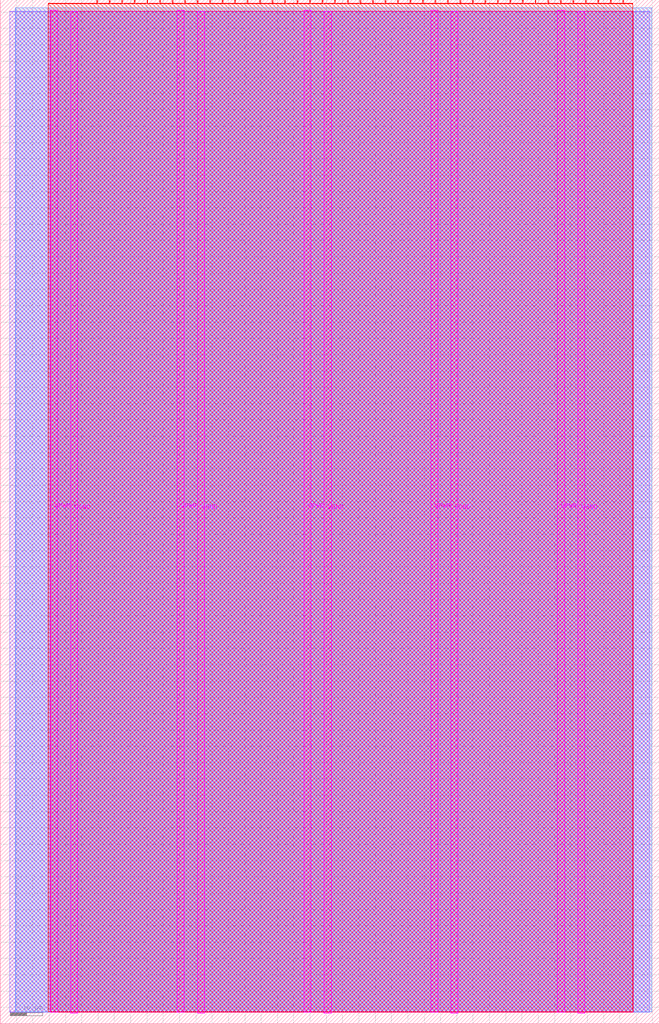
<source format=lef>
VERSION 5.7 ;
  NOWIREEXTENSIONATPIN ON ;
  DIVIDERCHAR "/" ;
  BUSBITCHARS "[]" ;
MACRO tt_um_pgfarley_tophat_top
  CLASS BLOCK ;
  FOREIGN tt_um_pgfarley_tophat_top ;
  ORIGIN 0.000 0.000 ;
  SIZE 202.080 BY 313.740 ;
  PIN VGND
    DIRECTION INOUT ;
    USE GROUND ;
    PORT
      LAYER TopMetal1 ;
        RECT 21.580 3.150 23.780 310.180 ;
    END
    PORT
      LAYER TopMetal1 ;
        RECT 60.450 3.150 62.650 310.180 ;
    END
    PORT
      LAYER TopMetal1 ;
        RECT 99.320 3.150 101.520 310.180 ;
    END
    PORT
      LAYER TopMetal1 ;
        RECT 138.190 3.150 140.390 310.180 ;
    END
    PORT
      LAYER TopMetal1 ;
        RECT 177.060 3.150 179.260 310.180 ;
    END
  END VGND
  PIN VPWR
    DIRECTION INOUT ;
    USE POWER ;
    PORT
      LAYER TopMetal1 ;
        RECT 15.380 3.560 17.580 310.590 ;
    END
    PORT
      LAYER TopMetal1 ;
        RECT 54.250 3.560 56.450 310.590 ;
    END
    PORT
      LAYER TopMetal1 ;
        RECT 93.120 3.560 95.320 310.590 ;
    END
    PORT
      LAYER TopMetal1 ;
        RECT 131.990 3.560 134.190 310.590 ;
    END
    PORT
      LAYER TopMetal1 ;
        RECT 170.860 3.560 173.060 310.590 ;
    END
  END VPWR
  PIN clk
    DIRECTION INPUT ;
    USE SIGNAL ;
    ANTENNAGATEAREA 0.725400 ;
    PORT
      LAYER Metal4 ;
        RECT 187.050 312.740 187.350 313.740 ;
    END
  END clk
  PIN ena
    DIRECTION INPUT ;
    USE SIGNAL ;
    ANTENNAGATEAREA 0.180700 ;
    PORT
      LAYER Metal4 ;
        RECT 190.890 312.740 191.190 313.740 ;
    END
  END ena
  PIN rst_n
    DIRECTION INPUT ;
    USE SIGNAL ;
    ANTENNAGATEAREA 0.725400 ;
    PORT
      LAYER Metal4 ;
        RECT 183.210 312.740 183.510 313.740 ;
    END
  END rst_n
  PIN ui_in[0]
    DIRECTION INPUT ;
    USE SIGNAL ;
    ANTENNAGATEAREA 0.180700 ;
    PORT
      LAYER Metal4 ;
        RECT 179.370 312.740 179.670 313.740 ;
    END
  END ui_in[0]
  PIN ui_in[1]
    DIRECTION INPUT ;
    USE SIGNAL ;
    ANTENNAGATEAREA 0.180700 ;
    PORT
      LAYER Metal4 ;
        RECT 175.530 312.740 175.830 313.740 ;
    END
  END ui_in[1]
  PIN ui_in[2]
    DIRECTION INPUT ;
    USE SIGNAL ;
    ANTENNAGATEAREA 0.180700 ;
    PORT
      LAYER Metal4 ;
        RECT 171.690 312.740 171.990 313.740 ;
    END
  END ui_in[2]
  PIN ui_in[3]
    DIRECTION INPUT ;
    USE SIGNAL ;
    ANTENNAGATEAREA 0.180700 ;
    PORT
      LAYER Metal4 ;
        RECT 167.850 312.740 168.150 313.740 ;
    END
  END ui_in[3]
  PIN ui_in[4]
    DIRECTION INPUT ;
    USE SIGNAL ;
    ANTENNAGATEAREA 0.180700 ;
    PORT
      LAYER Metal4 ;
        RECT 164.010 312.740 164.310 313.740 ;
    END
  END ui_in[4]
  PIN ui_in[5]
    DIRECTION INPUT ;
    USE SIGNAL ;
    ANTENNAGATEAREA 0.180700 ;
    PORT
      LAYER Metal4 ;
        RECT 160.170 312.740 160.470 313.740 ;
    END
  END ui_in[5]
  PIN ui_in[6]
    DIRECTION INPUT ;
    USE SIGNAL ;
    ANTENNAGATEAREA 0.180700 ;
    PORT
      LAYER Metal4 ;
        RECT 156.330 312.740 156.630 313.740 ;
    END
  END ui_in[6]
  PIN ui_in[7]
    DIRECTION INPUT ;
    USE SIGNAL ;
    ANTENNAGATEAREA 0.180700 ;
    PORT
      LAYER Metal4 ;
        RECT 152.490 312.740 152.790 313.740 ;
    END
  END ui_in[7]
  PIN uio_in[0]
    DIRECTION INPUT ;
    USE SIGNAL ;
    ANTENNAGATEAREA 0.180700 ;
    PORT
      LAYER Metal4 ;
        RECT 148.650 312.740 148.950 313.740 ;
    END
  END uio_in[0]
  PIN uio_in[1]
    DIRECTION INPUT ;
    USE SIGNAL ;
    ANTENNAGATEAREA 0.180700 ;
    PORT
      LAYER Metal4 ;
        RECT 144.810 312.740 145.110 313.740 ;
    END
  END uio_in[1]
  PIN uio_in[2]
    DIRECTION INPUT ;
    USE SIGNAL ;
    ANTENNAGATEAREA 0.180700 ;
    PORT
      LAYER Metal4 ;
        RECT 140.970 312.740 141.270 313.740 ;
    END
  END uio_in[2]
  PIN uio_in[3]
    DIRECTION INPUT ;
    USE SIGNAL ;
    PORT
      LAYER Metal4 ;
        RECT 137.130 312.740 137.430 313.740 ;
    END
  END uio_in[3]
  PIN uio_in[4]
    DIRECTION INPUT ;
    USE SIGNAL ;
    PORT
      LAYER Metal4 ;
        RECT 133.290 312.740 133.590 313.740 ;
    END
  END uio_in[4]
  PIN uio_in[5]
    DIRECTION INPUT ;
    USE SIGNAL ;
    PORT
      LAYER Metal4 ;
        RECT 129.450 312.740 129.750 313.740 ;
    END
  END uio_in[5]
  PIN uio_in[6]
    DIRECTION INPUT ;
    USE SIGNAL ;
    PORT
      LAYER Metal4 ;
        RECT 125.610 312.740 125.910 313.740 ;
    END
  END uio_in[6]
  PIN uio_in[7]
    DIRECTION INPUT ;
    USE SIGNAL ;
    PORT
      LAYER Metal4 ;
        RECT 121.770 312.740 122.070 313.740 ;
    END
  END uio_in[7]
  PIN uio_oe[0]
    DIRECTION OUTPUT ;
    USE SIGNAL ;
    ANTENNADIFFAREA 0.299200 ;
    PORT
      LAYER Metal4 ;
        RECT 56.490 312.740 56.790 313.740 ;
    END
  END uio_oe[0]
  PIN uio_oe[1]
    DIRECTION OUTPUT ;
    USE SIGNAL ;
    ANTENNADIFFAREA 0.299200 ;
    PORT
      LAYER Metal4 ;
        RECT 52.650 312.740 52.950 313.740 ;
    END
  END uio_oe[1]
  PIN uio_oe[2]
    DIRECTION OUTPUT ;
    USE SIGNAL ;
    ANTENNADIFFAREA 0.299200 ;
    PORT
      LAYER Metal4 ;
        RECT 48.810 312.740 49.110 313.740 ;
    END
  END uio_oe[2]
  PIN uio_oe[3]
    DIRECTION OUTPUT ;
    USE SIGNAL ;
    ANTENNADIFFAREA 0.392700 ;
    PORT
      LAYER Metal4 ;
        RECT 44.970 312.740 45.270 313.740 ;
    END
  END uio_oe[3]
  PIN uio_oe[4]
    DIRECTION OUTPUT ;
    USE SIGNAL ;
    ANTENNADIFFAREA 0.392700 ;
    PORT
      LAYER Metal4 ;
        RECT 41.130 312.740 41.430 313.740 ;
    END
  END uio_oe[4]
  PIN uio_oe[5]
    DIRECTION OUTPUT ;
    USE SIGNAL ;
    ANTENNADIFFAREA 0.392700 ;
    PORT
      LAYER Metal4 ;
        RECT 37.290 312.740 37.590 313.740 ;
    END
  END uio_oe[5]
  PIN uio_oe[6]
    DIRECTION OUTPUT ;
    USE SIGNAL ;
    ANTENNADIFFAREA 0.392700 ;
    PORT
      LAYER Metal4 ;
        RECT 33.450 312.740 33.750 313.740 ;
    END
  END uio_oe[6]
  PIN uio_oe[7]
    DIRECTION OUTPUT ;
    USE SIGNAL ;
    ANTENNADIFFAREA 0.392700 ;
    PORT
      LAYER Metal4 ;
        RECT 29.610 312.740 29.910 313.740 ;
    END
  END uio_oe[7]
  PIN uio_out[0]
    DIRECTION OUTPUT ;
    USE SIGNAL ;
    ANTENNADIFFAREA 0.299200 ;
    PORT
      LAYER Metal4 ;
        RECT 87.210 312.740 87.510 313.740 ;
    END
  END uio_out[0]
  PIN uio_out[1]
    DIRECTION OUTPUT ;
    USE SIGNAL ;
    ANTENNADIFFAREA 0.299200 ;
    PORT
      LAYER Metal4 ;
        RECT 83.370 312.740 83.670 313.740 ;
    END
  END uio_out[1]
  PIN uio_out[2]
    DIRECTION OUTPUT ;
    USE SIGNAL ;
    ANTENNADIFFAREA 0.299200 ;
    PORT
      LAYER Metal4 ;
        RECT 79.530 312.740 79.830 313.740 ;
    END
  END uio_out[2]
  PIN uio_out[3]
    DIRECTION OUTPUT ;
    USE SIGNAL ;
    ANTENNADIFFAREA 0.708600 ;
    PORT
      LAYER Metal4 ;
        RECT 75.690 312.740 75.990 313.740 ;
    END
  END uio_out[3]
  PIN uio_out[4]
    DIRECTION OUTPUT ;
    USE SIGNAL ;
    ANTENNADIFFAREA 0.708600 ;
    PORT
      LAYER Metal4 ;
        RECT 71.850 312.740 72.150 313.740 ;
    END
  END uio_out[4]
  PIN uio_out[5]
    DIRECTION OUTPUT ;
    USE SIGNAL ;
    ANTENNADIFFAREA 0.708600 ;
    PORT
      LAYER Metal4 ;
        RECT 68.010 312.740 68.310 313.740 ;
    END
  END uio_out[5]
  PIN uio_out[6]
    DIRECTION OUTPUT ;
    USE SIGNAL ;
    ANTENNADIFFAREA 0.708600 ;
    PORT
      LAYER Metal4 ;
        RECT 64.170 312.740 64.470 313.740 ;
    END
  END uio_out[6]
  PIN uio_out[7]
    DIRECTION OUTPUT ;
    USE SIGNAL ;
    ANTENNADIFFAREA 1.124800 ;
    PORT
      LAYER Metal4 ;
        RECT 60.330 312.740 60.630 313.740 ;
    END
  END uio_out[7]
  PIN uo_out[0]
    DIRECTION OUTPUT ;
    USE SIGNAL ;
    ANTENNAGATEAREA 0.109200 ;
    ANTENNADIFFAREA 0.716100 ;
    PORT
      LAYER Metal4 ;
        RECT 117.930 312.740 118.230 313.740 ;
    END
  END uo_out[0]
  PIN uo_out[1]
    DIRECTION OUTPUT ;
    USE SIGNAL ;
    ANTENNAGATEAREA 0.109200 ;
    ANTENNADIFFAREA 0.716100 ;
    PORT
      LAYER Metal4 ;
        RECT 114.090 312.740 114.390 313.740 ;
    END
  END uo_out[1]
  PIN uo_out[2]
    DIRECTION OUTPUT ;
    USE SIGNAL ;
    ANTENNAGATEAREA 0.109200 ;
    ANTENNADIFFAREA 0.716100 ;
    PORT
      LAYER Metal4 ;
        RECT 110.250 312.740 110.550 313.740 ;
    END
  END uo_out[2]
  PIN uo_out[3]
    DIRECTION OUTPUT ;
    USE SIGNAL ;
    ANTENNAGATEAREA 0.109200 ;
    ANTENNADIFFAREA 0.716100 ;
    PORT
      LAYER Metal4 ;
        RECT 106.410 312.740 106.710 313.740 ;
    END
  END uo_out[3]
  PIN uo_out[4]
    DIRECTION OUTPUT ;
    USE SIGNAL ;
    ANTENNAGATEAREA 0.109200 ;
    ANTENNADIFFAREA 0.716100 ;
    PORT
      LAYER Metal4 ;
        RECT 102.570 312.740 102.870 313.740 ;
    END
  END uo_out[4]
  PIN uo_out[5]
    DIRECTION OUTPUT ;
    USE SIGNAL ;
    ANTENNAGATEAREA 0.109200 ;
    ANTENNADIFFAREA 0.632400 ;
    PORT
      LAYER Metal4 ;
        RECT 98.730 312.740 99.030 313.740 ;
    END
  END uo_out[5]
  PIN uo_out[6]
    DIRECTION OUTPUT ;
    USE SIGNAL ;
    ANTENNAGATEAREA 0.109200 ;
    ANTENNADIFFAREA 0.716100 ;
    PORT
      LAYER Metal4 ;
        RECT 94.890 312.740 95.190 313.740 ;
    END
  END uo_out[6]
  PIN uo_out[7]
    DIRECTION OUTPUT ;
    USE SIGNAL ;
    ANTENNAGATEAREA 0.109200 ;
    ANTENNADIFFAREA 0.716100 ;
    PORT
      LAYER Metal4 ;
        RECT 91.050 312.740 91.350 313.740 ;
    END
  END uo_out[7]
  OBS
      LAYER GatPoly ;
        RECT 2.880 3.630 199.200 310.110 ;
      LAYER Metal1 ;
        RECT 2.880 3.560 199.200 310.180 ;
      LAYER Metal2 ;
        RECT 4.695 3.635 199.785 311.365 ;
      LAYER Metal3 ;
        RECT 4.655 3.680 199.825 311.325 ;
      LAYER Metal4 ;
        RECT 14.780 312.530 29.400 312.740 ;
        RECT 30.120 312.530 33.240 312.740 ;
        RECT 33.960 312.530 37.080 312.740 ;
        RECT 37.800 312.530 40.920 312.740 ;
        RECT 41.640 312.530 44.760 312.740 ;
        RECT 45.480 312.530 48.600 312.740 ;
        RECT 49.320 312.530 52.440 312.740 ;
        RECT 53.160 312.530 56.280 312.740 ;
        RECT 57.000 312.530 60.120 312.740 ;
        RECT 60.840 312.530 63.960 312.740 ;
        RECT 64.680 312.530 67.800 312.740 ;
        RECT 68.520 312.530 71.640 312.740 ;
        RECT 72.360 312.530 75.480 312.740 ;
        RECT 76.200 312.530 79.320 312.740 ;
        RECT 80.040 312.530 83.160 312.740 ;
        RECT 83.880 312.530 87.000 312.740 ;
        RECT 87.720 312.530 90.840 312.740 ;
        RECT 91.560 312.530 94.680 312.740 ;
        RECT 95.400 312.530 98.520 312.740 ;
        RECT 99.240 312.530 102.360 312.740 ;
        RECT 103.080 312.530 106.200 312.740 ;
        RECT 106.920 312.530 110.040 312.740 ;
        RECT 110.760 312.530 113.880 312.740 ;
        RECT 114.600 312.530 117.720 312.740 ;
        RECT 118.440 312.530 121.560 312.740 ;
        RECT 122.280 312.530 125.400 312.740 ;
        RECT 126.120 312.530 129.240 312.740 ;
        RECT 129.960 312.530 133.080 312.740 ;
        RECT 133.800 312.530 136.920 312.740 ;
        RECT 137.640 312.530 140.760 312.740 ;
        RECT 141.480 312.530 144.600 312.740 ;
        RECT 145.320 312.530 148.440 312.740 ;
        RECT 149.160 312.530 152.280 312.740 ;
        RECT 153.000 312.530 156.120 312.740 ;
        RECT 156.840 312.530 159.960 312.740 ;
        RECT 160.680 312.530 163.800 312.740 ;
        RECT 164.520 312.530 167.640 312.740 ;
        RECT 168.360 312.530 171.480 312.740 ;
        RECT 172.200 312.530 175.320 312.740 ;
        RECT 176.040 312.530 179.160 312.740 ;
        RECT 179.880 312.530 183.000 312.740 ;
        RECT 183.720 312.530 186.840 312.740 ;
        RECT 187.560 312.530 190.680 312.740 ;
        RECT 191.400 312.530 194.025 312.740 ;
        RECT 14.780 3.635 194.025 312.530 ;
      LAYER Metal5 ;
        RECT 15.515 3.470 194.065 310.270 ;
  END
END tt_um_pgfarley_tophat_top
END LIBRARY


</source>
